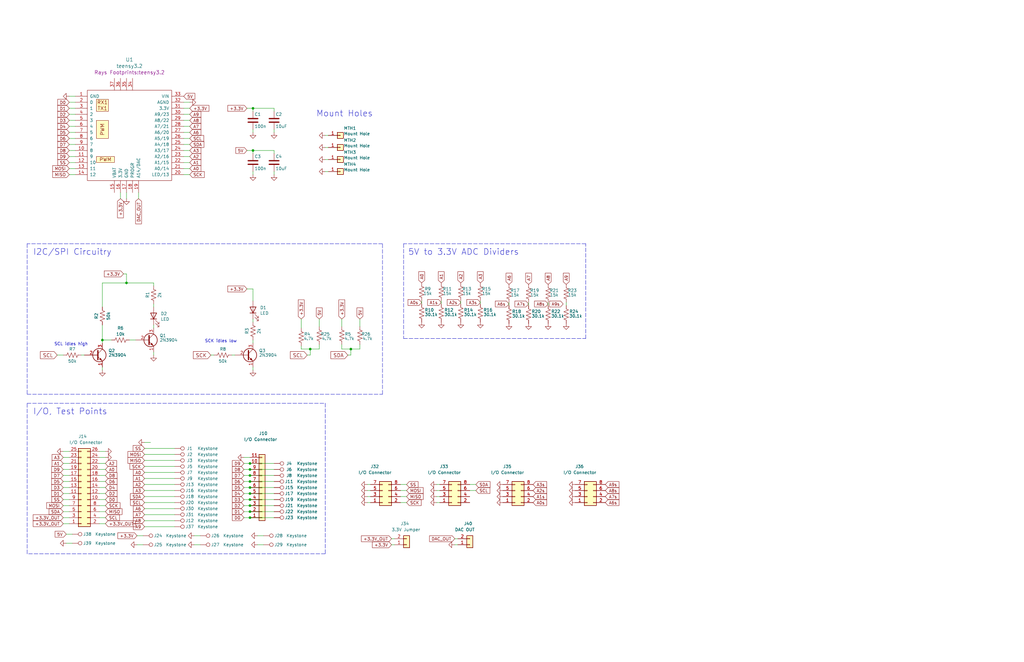
<source format=kicad_sch>
(kicad_sch (version 20211123) (generator eeschema)
  (paper "B")
  (junction (at 106.68 63.5))
  (junction (at 43.18 143.51))
  (junction (at 105.41 218.44))
  (junction (at 130.81 147.32))
  (junction (at 105.41 198.12))
  (junction (at 105.41 208.28))
  (junction (at 106.68 45.72))
  (junction (at 105.41 195.58))
  (junction (at 105.41 210.82))
  (junction (at 53.34 119.38))
  (junction (at 105.41 215.9))
  (junction (at 147.955 147.32))
  (junction (at 105.41 203.2))
  (junction (at 105.41 200.66))
  (junction (at 105.41 205.74))
  (junction (at 105.41 213.36))
  (wire (pts (xy 60.96 201.93) (xy 73.66 201.93)))
  (wire (pts (xy 43.18 119.38) (xy 43.18 129.54)))
  (wire (pts (xy 41.91 215.9) (xy 44.45 215.9)))
  (wire (pts (xy 177.8 127) (xy 177.8 128.27)))
  (wire (pts (xy 115.57 55.88) (xy 115.57 54.61)))
  (wire (pts (xy 29.21 205.74) (xy 26.67 205.74)))
  (wire (pts (xy 146.685 149.86) (xy 147.955 149.86)))
  (wire (pts (xy 105.41 213.36) (xy 115.57 213.36)))
  (wire (pts (xy 29.21 63.5) (xy 31.75 63.5)))
  (wire (pts (xy 80.01 48.26) (xy 77.47 48.26)))
  (wire (pts (xy 106.68 134.62) (xy 106.68 135.89)))
  (polyline (pts (xy 137.16 233.68) (xy 11.43 233.68)))
  (wire (pts (xy 44.45 218.44) (xy 41.91 218.44)))
  (polyline (pts (xy 161.29 166.37) (xy 161.29 102.87)))
  (wire (pts (xy 29.21 40.64) (xy 31.75 40.64)))
  (wire (pts (xy 137.16 72.39) (xy 138.43 72.39)))
  (polyline (pts (xy 170.18 102.87) (xy 170.18 142.875)))
  (wire (pts (xy 27.94 229.235) (xy 30.48 229.235)))
  (wire (pts (xy 138.43 67.31) (xy 137.16 67.31)))
  (wire (pts (xy 43.18 156.21) (xy 43.18 154.94)))
  (wire (pts (xy 202.565 127) (xy 202.565 128.27)))
  (wire (pts (xy 102.87 218.44) (xy 105.41 218.44)))
  (wire (pts (xy 127 134.62) (xy 127 138.43)))
  (wire (pts (xy 102.87 215.9) (xy 105.41 215.9)))
  (wire (pts (xy 214.63 127.635) (xy 214.63 128.905)))
  (wire (pts (xy 53.34 119.38) (xy 43.18 119.38)))
  (wire (pts (xy 105.41 213.36) (xy 102.87 213.36)))
  (wire (pts (xy 41.91 203.2) (xy 44.45 203.2)))
  (wire (pts (xy 184.15 209.55) (xy 185.42 209.55)))
  (wire (pts (xy 115.57 45.72) (xy 115.57 46.99)))
  (wire (pts (xy 60.96 217.17) (xy 73.66 217.17)))
  (wire (pts (xy 77.47 58.42) (xy 80.01 58.42)))
  (polyline (pts (xy 170.18 142.875) (xy 247.015 142.875)))
  (wire (pts (xy 60.96 196.85) (xy 73.66 196.85)))
  (wire (pts (xy 80.01 71.12) (xy 77.47 71.12)))
  (wire (pts (xy 26.67 195.58) (xy 29.21 195.58)))
  (wire (pts (xy 129.54 149.86) (xy 130.81 149.86)))
  (wire (pts (xy 102.87 210.82) (xy 105.41 210.82)))
  (wire (pts (xy 27.94 225.425) (xy 30.48 225.425)))
  (wire (pts (xy 53.34 83.82) (xy 53.34 81.28)))
  (wire (pts (xy 147.955 147.32) (xy 144.145 147.32)))
  (wire (pts (xy 108.585 229.87) (xy 111.125 229.87)))
  (wire (pts (xy 80.01 43.18) (xy 77.47 43.18)))
  (wire (pts (xy 60.96 189.23) (xy 73.66 189.23)))
  (wire (pts (xy 165.1 227.33) (xy 166.37 227.33)))
  (wire (pts (xy 168.91 207.01) (xy 171.45 207.01)))
  (wire (pts (xy 41.91 210.82) (xy 44.45 210.82)))
  (wire (pts (xy 29.21 213.36) (xy 26.67 213.36)))
  (wire (pts (xy 29.21 218.44) (xy 26.67 218.44)))
  (wire (pts (xy 200.66 207.01) (xy 198.12 207.01)))
  (wire (pts (xy 105.41 218.44) (xy 115.57 218.44)))
  (wire (pts (xy 165.1 229.87) (xy 166.37 229.87)))
  (wire (pts (xy 60.96 222.25) (xy 73.66 222.25)))
  (wire (pts (xy 29.21 198.12) (xy 26.67 198.12)))
  (polyline (pts (xy 11.43 170.18) (xy 137.16 170.18)))
  (wire (pts (xy 88.9 149.86) (xy 90.17 149.86)))
  (wire (pts (xy 43.18 143.51) (xy 43.18 144.78)))
  (wire (pts (xy 81.915 226.06) (xy 84.455 226.06)))
  (wire (pts (xy 105.41 208.28) (xy 115.57 208.28)))
  (wire (pts (xy 102.87 195.58) (xy 105.41 195.58)))
  (wire (pts (xy 105.41 198.12) (xy 115.57 198.12)))
  (wire (pts (xy 105.41 198.12) (xy 102.87 198.12)))
  (wire (pts (xy 64.77 128.27) (xy 64.77 129.54)))
  (wire (pts (xy 46.99 143.51) (xy 43.18 143.51)))
  (wire (pts (xy 44.45 190.5) (xy 41.91 190.5)))
  (wire (pts (xy 77.47 68.58) (xy 80.01 68.58)))
  (wire (pts (xy 130.81 147.32) (xy 134.62 147.32)))
  (wire (pts (xy 41.91 198.12) (xy 44.45 198.12)))
  (wire (pts (xy 80.01 55.88) (xy 77.47 55.88)))
  (wire (pts (xy 81.915 229.87) (xy 84.455 229.87)))
  (wire (pts (xy 80.01 66.04) (xy 77.47 66.04)))
  (wire (pts (xy 80.01 53.34) (xy 77.47 53.34)))
  (wire (pts (xy 105.41 203.2) (xy 102.87 203.2)))
  (wire (pts (xy 80.01 73.66) (xy 77.47 73.66)))
  (wire (pts (xy 60.96 207.01) (xy 73.66 207.01)))
  (wire (pts (xy 64.77 119.38) (xy 53.34 119.38)))
  (wire (pts (xy 115.57 205.74) (xy 105.41 205.74)))
  (wire (pts (xy 138.43 57.15) (xy 137.16 57.15)))
  (wire (pts (xy 151.765 147.32) (xy 147.955 147.32)))
  (wire (pts (xy 127 147.32) (xy 127 146.05)))
  (wire (pts (xy 171.45 209.55) (xy 168.91 209.55)))
  (wire (pts (xy 29.21 50.8) (xy 31.75 50.8)))
  (wire (pts (xy 80.01 63.5) (xy 77.47 63.5)))
  (wire (pts (xy 184.15 207.01) (xy 185.42 207.01)))
  (wire (pts (xy 147.955 147.32) (xy 147.955 149.86)))
  (polyline (pts (xy 11.43 102.87) (xy 11.43 166.37)))
  (wire (pts (xy 57.15 143.51) (xy 54.61 143.51)))
  (wire (pts (xy 186.055 127) (xy 186.055 128.27)))
  (wire (pts (xy 60.96 204.47) (xy 73.66 204.47)))
  (wire (pts (xy 44.45 195.58) (xy 41.91 195.58)))
  (wire (pts (xy 154.94 212.09) (xy 156.21 212.09)))
  (wire (pts (xy 154.94 207.01) (xy 156.21 207.01)))
  (wire (pts (xy 137.16 62.23) (xy 138.43 62.23)))
  (wire (pts (xy 34.29 149.86) (xy 35.56 149.86)))
  (wire (pts (xy 60.96 209.55) (xy 73.66 209.55)))
  (wire (pts (xy 60.96 199.39) (xy 73.66 199.39)))
  (wire (pts (xy 60.96 186.69) (xy 63.5 186.69)))
  (wire (pts (xy 231.14 127.635) (xy 231.14 128.905)))
  (wire (pts (xy 29.21 68.58) (xy 31.75 68.58)))
  (wire (pts (xy 57.785 229.87) (xy 60.325 229.87)))
  (wire (pts (xy 106.68 63.5) (xy 115.57 63.5)))
  (wire (pts (xy 144.145 134.62) (xy 144.145 137.795)))
  (wire (pts (xy 43.18 137.16) (xy 43.18 143.51)))
  (wire (pts (xy 151.765 145.415) (xy 151.765 147.32)))
  (wire (pts (xy 26.67 220.98) (xy 29.21 220.98)))
  (wire (pts (xy 60.96 219.71) (xy 73.66 219.71)))
  (polyline (pts (xy 11.43 233.68) (xy 11.43 170.18)))
  (wire (pts (xy 184.15 212.09) (xy 185.42 212.09)))
  (wire (pts (xy 106.68 55.88) (xy 106.68 54.61)))
  (wire (pts (xy 200.66 204.47) (xy 198.12 204.47)))
  (wire (pts (xy 52.07 115.57) (xy 53.34 115.57)))
  (wire (pts (xy 194.31 127) (xy 194.31 128.27)))
  (wire (pts (xy 29.21 200.66) (xy 26.67 200.66)))
  (wire (pts (xy 102.87 200.66) (xy 105.41 200.66)))
  (polyline (pts (xy 161.29 102.87) (xy 11.43 102.87)))
  (wire (pts (xy 29.21 55.88) (xy 31.75 55.88)))
  (wire (pts (xy 60.96 194.31) (xy 73.66 194.31)))
  (wire (pts (xy 105.41 208.28) (xy 102.87 208.28)))
  (wire (pts (xy 106.68 144.78) (xy 106.68 143.51)))
  (wire (pts (xy 222.885 127.635) (xy 222.885 128.905)))
  (wire (pts (xy 58.42 83.82) (xy 58.42 81.28)))
  (wire (pts (xy 102.87 205.74) (xy 105.41 205.74)))
  (polyline (pts (xy 137.16 170.18) (xy 137.16 233.68)))
  (wire (pts (xy 29.21 66.04) (xy 31.75 66.04)))
  (wire (pts (xy 102.87 193.04) (xy 105.41 193.04)))
  (wire (pts (xy 80.01 60.96) (xy 77.47 60.96)))
  (wire (pts (xy 115.57 73.66) (xy 115.57 72.39)))
  (wire (pts (xy 31.75 43.18) (xy 29.21 43.18)))
  (polyline (pts (xy 247.015 102.87) (xy 170.18 102.87)))
  (wire (pts (xy 106.68 73.66) (xy 106.68 72.39)))
  (wire (pts (xy 29.21 193.04) (xy 26.67 193.04)))
  (wire (pts (xy 29.21 60.96) (xy 31.75 60.96)))
  (wire (pts (xy 26.67 208.28) (xy 29.21 208.28)))
  (wire (pts (xy 104.14 121.92) (xy 106.68 121.92)))
  (polyline (pts (xy 11.43 166.37) (xy 161.29 166.37)))
  (wire (pts (xy 106.68 156.21) (xy 106.68 154.94)))
  (wire (pts (xy 115.57 63.5) (xy 115.57 64.77)))
  (wire (pts (xy 127 147.32) (xy 130.81 147.32)))
  (wire (pts (xy 106.68 63.5) (xy 106.68 64.77)))
  (wire (pts (xy 31.75 53.34) (xy 29.21 53.34)))
  (wire (pts (xy 26.67 203.2) (xy 29.21 203.2)))
  (wire (pts (xy 184.15 204.47) (xy 185.42 204.47)))
  (wire (pts (xy 24.13 149.86) (xy 26.67 149.86)))
  (wire (pts (xy 130.81 147.32) (xy 130.81 149.86)))
  (wire (pts (xy 26.67 215.9) (xy 29.21 215.9)))
  (wire (pts (xy 115.57 200.66) (xy 105.41 200.66)))
  (wire (pts (xy 60.96 214.63) (xy 73.66 214.63)))
  (wire (pts (xy 60.96 191.77) (xy 73.66 191.77)))
  (wire (pts (xy 191.77 229.87) (xy 193.04 229.87)))
  (wire (pts (xy 41.91 193.04) (xy 44.45 193.04)))
  (wire (pts (xy 44.45 208.28) (xy 41.91 208.28)))
  (wire (pts (xy 64.77 119.38) (xy 64.77 120.65)))
  (wire (pts (xy 105.41 210.82) (xy 115.57 210.82)))
  (wire (pts (xy 191.77 227.33) (xy 193.04 227.33)))
  (wire (pts (xy 29.21 73.66) (xy 31.75 73.66)))
  (polyline (pts (xy 247.015 142.875) (xy 247.015 102.87)))
  (wire (pts (xy 80.01 45.72) (xy 77.47 45.72)))
  (wire (pts (xy 104.14 63.5) (xy 106.68 63.5)))
  (wire (pts (xy 80.01 50.8) (xy 77.47 50.8)))
  (wire (pts (xy 151.765 134.62) (xy 151.765 137.795)))
  (wire (pts (xy 134.62 145.415) (xy 134.62 147.32)))
  (wire (pts (xy 108.585 226.06) (xy 111.125 226.06)))
  (wire (pts (xy 26.67 190.5) (xy 29.21 190.5)))
  (wire (pts (xy 50.8 83.82) (xy 50.8 81.28)))
  (wire (pts (xy 97.79 149.86) (xy 99.06 149.86)))
  (wire (pts (xy 44.45 213.36) (xy 41.91 213.36)))
  (wire (pts (xy 154.94 204.47) (xy 156.21 204.47)))
  (wire (pts (xy 60.96 212.09) (xy 73.66 212.09)))
  (wire (pts (xy 31.75 58.42) (xy 29.21 58.42)))
  (wire (pts (xy 64.77 149.86) (xy 64.77 148.59)))
  (wire (pts (xy 171.45 204.47) (xy 168.91 204.47)))
  (wire (pts (xy 134.62 134.62) (xy 134.62 137.795)))
  (wire (pts (xy 41.91 220.98) (xy 44.45 220.98)))
  (wire (pts (xy 44.45 200.66) (xy 41.91 200.66)))
  (wire (pts (xy 53.34 115.57) (xy 53.34 119.38)))
  (wire (pts (xy 31.75 48.26) (xy 29.21 48.26)))
  (wire (pts (xy 104.14 45.72) (xy 106.68 45.72)))
  (wire (pts (xy 106.68 45.72) (xy 106.68 46.99)))
  (wire (pts (xy 106.68 45.72) (xy 115.57 45.72)))
  (wire (pts (xy 57.785 226.06) (xy 60.325 226.06)))
  (wire (pts (xy 105.41 203.2) (xy 115.57 203.2)))
  (wire (pts (xy 115.57 195.58) (xy 105.41 195.58)))
  (wire (pts (xy 64.77 138.43) (xy 64.77 137.16)))
  (wire (pts (xy 31.75 71.12) (xy 29.21 71.12)))
  (wire (pts (xy 106.68 121.92) (xy 106.68 127)))
  (wire (pts (xy 154.94 209.55) (xy 156.21 209.55)))
  (wire (pts (xy 168.91 212.09) (xy 171.45 212.09)))
  (wire (pts (xy 105.41 215.9) (xy 115.57 215.9)))
  (wire (pts (xy 26.67 210.82) (xy 29.21 210.82)))
  (wire (pts (xy 29.21 45.72) (xy 31.75 45.72)))
  (wire (pts (xy 44.45 205.74) (xy 41.91 205.74)))
  (wire (pts (xy 238.76 127.635) (xy 238.76 128.905)))
  (wire (pts (xy 144.145 145.415) (xy 144.145 147.32)))
  (text "5V to 3.3V ADC Dividers" (at 172.085 107.95 0) (effects (font (size 2.54 2.54)) (justify left bottom)))
  (text "Mount Holes" (at 133.35 49.53 0) (effects (font (size 2.54 2.54)) (justify left bottom)))
  (text "I/O, Test Points" (at 13.97 175.26 0) (effects (font (size 2.54 2.54)) (justify left bottom)))
  (text "SCK idles low" (at 86.36 144.78 0) (effects (font (size 1.27 1.27)) (justify left bottom)))
  (text "I2C/SPI Circuitry" (at 13.97 107.95 0) (effects (font (size 2.54 2.54)) (justify left bottom)))
  (text "SCL idles high" (at 22.86 146.05 0) (effects (font (size 1.27 1.27)) (justify left bottom)))
  (global_label "SS" (shape input) (at 29.21 68.58 180) (property "Intersheet References" "${INTERSHEET_REFS}" (effects hide)))
  (global_label "+3.3V" (shape input) (at 104.14 121.92 180) (property "Intersheet References" "${INTERSHEET_REFS}" (effects hide)))
  (global_label "MOSI" (shape input) (at 29.21 71.12 180) (property "Intersheet References" "${INTERSHEET_REFS}" (effects hide)))
  (global_label "D4" (shape input) (at 102.87 208.28 180) (property "Intersheet References" "${INTERSHEET_REFS}" (effects hide)))
  (global_label "A1s" (shape input) (at 224.79 209.55 0) (property "Intersheet References" "${INTERSHEET_REFS}" (effects hide)))
  (global_label "5V" (shape input) (at 77.47 40.64 0) (property "Intersheet References" "${INTERSHEET_REFS}" (effects hide)))
  (global_label "SDA" (shape input) (at 26.67 215.9 180) (property "Intersheet References" "${INTERSHEET_REFS}" (effects hide)))
  (global_label "A8s" (shape input) (at 255.27 207.01 0) (property "Intersheet References" "${INTERSHEET_REFS}" (effects hide)))
  (global_label "A9s" (shape input) (at 237.49 128.27 180) (property "Intersheet References" "${INTERSHEET_REFS}" (effects hide)))
  (global_label "A7" (shape input) (at 60.96 217.17 180) (property "Intersheet References" "${INTERSHEET_REFS}" (effects hide)))
  (global_label "+3.3V" (shape input) (at 104.14 45.72 180) (property "Intersheet References" "${INTERSHEET_REFS}" (effects hide)))
  (global_label "5V" (shape input) (at 104.14 63.5 180) (property "Intersheet References" "${INTERSHEET_REFS}" (effects hide)))
  (global_label "A1" (shape input) (at 60.96 201.93 180) (property "Intersheet References" "${INTERSHEET_REFS}" (effects hide)))
  (global_label "A3s" (shape input) (at 202.565 127.635 180) (property "Intersheet References" "${INTERSHEET_REFS}" (effects hide)))
  (global_label "A7" (shape input) (at 222.885 120.015 90) (property "Intersheet References" "${INTERSHEET_REFS}" (effects hide)))
  (global_label "MISO" (shape input) (at 29.21 73.66 180) (property "Intersheet References" "${INTERSHEET_REFS}" (effects hide)))
  (global_label "D3" (shape input) (at 102.87 210.82 180) (property "Intersheet References" "${INTERSHEET_REFS}" (effects hide)))
  (global_label "SCK" (shape input) (at 44.45 213.36 0) (property "Intersheet References" "${INTERSHEET_REFS}" (effects hide)))
  (global_label "D8" (shape input) (at 102.87 198.12 180) (property "Intersheet References" "${INTERSHEET_REFS}" (effects hide)))
  (global_label "+3.3V" (shape input) (at 50.8 83.82 270) (property "Intersheet References" "${INTERSHEET_REFS}" (effects hide)))
  (global_label "A0s" (shape input) (at 177.8 127.635 180) (property "Intersheet References" "${INTERSHEET_REFS}" (effects hide)))
  (global_label "D2" (shape input) (at 44.45 208.28 0) (property "Intersheet References" "${INTERSHEET_REFS}" (effects hide)))
  (global_label "+3.3V" (shape input) (at 80.01 45.72 0) (property "Intersheet References" "${INTERSHEET_REFS}" (effects hide)))
  (global_label "A8" (shape input) (at 231.14 120.015 90) (property "Intersheet References" "${INTERSHEET_REFS}" (effects hide)))
  (global_label "SCK" (shape input) (at 171.45 212.09 0) (property "Intersheet References" "${INTERSHEET_REFS}" (effects hide)))
  (global_label "SDA" (shape input) (at 146.685 149.86 180) (effects (font (size 1.524 1.524))) (property "Intersheet References" "${INTERSHEET_REFS}" (effects hide)))
  (global_label "+3.3V" (shape input) (at 52.07 115.57 180) (property "Intersheet References" "${INTERSHEET_REFS}" (effects hide)))
  (global_label "SCL" (shape input) (at 44.45 218.44 0) (property "Intersheet References" "${INTERSHEET_REFS}" (effects hide)))
  (global_label "A0" (shape input) (at 60.96 199.39 180) (property "Intersheet References" "${INTERSHEET_REFS}" (effects hide)))
  (global_label "A0" (shape input) (at 177.8 119.38 90) (property "Intersheet References" "${INTERSHEET_REFS}" (effects hide)))
  (global_label "A9" (shape input) (at 238.76 120.015 90) (property "Intersheet References" "${INTERSHEET_REFS}" (effects hide)))
  (global_label "D2" (shape input) (at 102.87 213.36 180) (property "Intersheet References" "${INTERSHEET_REFS}" (effects hide)))
  (global_label "A3" (shape input) (at 26.67 193.04 180) (property "Intersheet References" "${INTERSHEET_REFS}" (effects hide)))
  (global_label "DAC_OUT" (shape input) (at 191.77 227.33 180) (property "Intersheet References" "${INTERSHEET_REFS}" (effects hide)))
  (global_label "A2" (shape input) (at 44.45 195.58 0) (property "Intersheet References" "${INTERSHEET_REFS}" (effects hide)))
  (global_label "+3.3V" (shape input) (at 127 134.62 90) (property "Intersheet References" "${INTERSHEET_REFS}" (effects hide)))
  (global_label "A3" (shape input) (at 80.01 63.5 0) (property "Intersheet References" "${INTERSHEET_REFS}" (effects hide)))
  (global_label "5V" (shape input) (at 134.62 134.62 90) (property "Intersheet References" "${INTERSHEET_REFS}" (effects hide)))
  (global_label "A2" (shape input) (at 60.96 204.47 180) (property "Intersheet References" "${INTERSHEET_REFS}" (effects hide)))
  (global_label "A6" (shape input) (at 214.63 120.015 90) (property "Intersheet References" "${INTERSHEET_REFS}" (effects hide)))
  (global_label "A2" (shape input) (at 80.01 66.04 0) (property "Intersheet References" "${INTERSHEET_REFS}" (effects hide)))
  (global_label "A1" (shape input) (at 26.67 195.58 180) (property "Intersheet References" "${INTERSHEET_REFS}" (effects hide)))
  (global_label "+3.3V" (shape input) (at 57.785 226.06 180) (property "Intersheet References" "${INTERSHEET_REFS}" (effects hide)))
  (global_label "A0" (shape input) (at 80.01 71.12 0) (property "Intersheet References" "${INTERSHEET_REFS}" (effects hide)))
  (global_label "A9" (shape input) (at 80.01 48.26 0) (property "Intersheet References" "${INTERSHEET_REFS}" (effects hide)))
  (global_label "+3.3V_OUT" (shape input) (at 44.45 220.98 0) (property "Intersheet References" "${INTERSHEET_REFS}" (effects hide)))
  (global_label "A8s" (shape input) (at 231.14 128.27 180) (property "Intersheet References" "${INTERSHEET_REFS}" (effects hide)))
  (global_label "A3s" (shape input) (at 224.79 204.47 0) (property "Intersheet References" "${INTERSHEET_REFS}" (effects hide)))
  (global_label "D9" (shape input) (at 29.21 66.04 180) (property "Intersheet References" "${INTERSHEET_REFS}" (effects hide)))
  (global_label "+3.3V_OUT" (shape input) (at 165.1 227.33 180) (property "Intersheet References" "${INTERSHEET_REFS}" (effects hide)))
  (global_label "A7s" (shape input) (at 222.885 128.27 180) (property "Intersheet References" "${INTERSHEET_REFS}" (effects hide)))
  (global_label "D1" (shape input) (at 26.67 208.28 180) (property "Intersheet References" "${INTERSHEET_REFS}" (effects hide)))
  (global_label "DAC_OUT" (shape input) (at 58.42 83.82 270) (property "Intersheet References" "${INTERSHEET_REFS}" (effects hide)))
  (global_label "SS" (shape input) (at 171.45 204.47 0) (property "Intersheet References" "${INTERSHEET_REFS}" (effects hide)))
  (global_label "D7" (shape input) (at 102.87 200.66 180) (property "Intersheet References" "${INTERSHEET_REFS}" (effects hide)))
  (global_label "D7" (shape input) (at 29.21 60.96 180) (property "Intersheet References" "${INTERSHEET_REFS}" (effects hide)))
  (global_label "SDA" (shape input) (at 200.66 204.47 0) (property "Intersheet References" "${INTERSHEET_REFS}" (effects hide)))
  (global_label "D8" (shape input) (at 44.45 200.66 0) (property "Intersheet References" "${INTERSHEET_REFS}" (effects hide)))
  (global_label "A0s" (shape input) (at 224.79 212.09 0) (property "Intersheet References" "${INTERSHEET_REFS}" (effects hide)))
  (global_label "MISO" (shape input) (at 171.45 209.55 0) (property "Intersheet References" "${INTERSHEET_REFS}" (effects hide)))
  (global_label "MISO" (shape input) (at 44.45 215.9 0) (property "Intersheet References" "${INTERSHEET_REFS}" (effects hide)))
  (global_label "SCL" (shape input) (at 129.54 149.86 180) (effects (font (size 1.524 1.524))) (property "Intersheet References" "${INTERSHEET_REFS}" (effects hide)))
  (global_label "MOSI" (shape input) (at 171.45 207.01 0) (property "Intersheet References" "${INTERSHEET_REFS}" (effects hide)))
  (global_label "A0" (shape input) (at 44.45 198.12 0) (property "Intersheet References" "${INTERSHEET_REFS}" (effects hide)))
  (global_label "D3" (shape input) (at 29.21 50.8 180) (property "Intersheet References" "${INTERSHEET_REFS}" (effects hide)))
  (global_label "D0" (shape input) (at 29.21 43.18 180) (property "Intersheet References" "${INTERSHEET_REFS}" (effects hide)))
  (global_label "SCK" (shape input) (at 80.01 73.66 0) (property "Intersheet References" "${INTERSHEET_REFS}" (effects hide)))
  (global_label "SS" (shape input) (at 60.96 189.23 180) (property "Intersheet References" "${INTERSHEET_REFS}" (effects hide)))
  (global_label "SCL" (shape input) (at 24.13 149.86 180) (effects (font (size 1.524 1.524))) (property "Intersheet References" "${INTERSHEET_REFS}" (effects hide)))
  (global_label "A6s" (shape input) (at 255.27 212.09 0) (property "Intersheet References" "${INTERSHEET_REFS}" (effects hide)))
  (global_label "D4" (shape input) (at 29.21 53.34 180) (property "Intersheet References" "${INTERSHEET_REFS}" (effects hide)))
  (global_label "A8" (shape input) (at 80.01 50.8 0) (property "Intersheet References" "${INTERSHEET_REFS}" (effects hide)))
  (global_label "5V" (shape input) (at 151.765 134.62 90) (property "Intersheet References" "${INTERSHEET_REFS}" (effects hide)))
  (global_label "SCL" (shape input) (at 200.66 207.01 0) (property "Intersheet References" "${INTERSHEET_REFS}" (effects hide)))
  (global_label "D9" (shape input) (at 102.87 195.58 180) (property "Intersheet References" "${INTERSHEET_REFS}" (effects hide)))
  (global_label "D9" (shape input) (at 26.67 198.12 180) (property "Intersheet References" "${INTERSHEET_REFS}" (effects hide)))
  (global_label "+3.3V_OUT" (shape input) (at 26.67 220.98 180) (property "Intersheet References" "${INTERSHEET_REFS}" (effects hide)))
  (global_label "+3.3V" (shape input) (at 165.1 229.87 180) (property "Intersheet References" "${INTERSHEET_REFS}" (effects hide)))
  (global_label "A7" (shape input) (at 80.01 53.34 0) (property "Intersheet References" "${INTERSHEET_REFS}" (effects hide)))
  (global_label "SCL" (shape input) (at 80.01 58.42 0) (property "Intersheet References" "${INTERSHEET_REFS}" (effects hide)))
  (global_label "A2s" (shape input) (at 194.31 127.635 180) (property "Intersheet References" "${INTERSHEET_REFS}" (effects hide)))
  (global_label "A3" (shape input) (at 202.565 119.38 90) (property "Intersheet References" "${INTERSHEET_REFS}" (effects hide)))
  (global_label "D1" (shape input) (at 102.87 215.9 180) (property "Intersheet References" "${INTERSHEET_REFS}" (effects hide)))
  (global_label "A2s" (shape input) (at 224.79 207.01 0) (property "Intersheet References" "${INTERSHEET_REFS}" (effects hide)))
  (global_label "SCK" (shape input) (at 60.96 196.85 180) (property "Intersheet References" "${INTERSHEET_REFS}" (effects hide)))
  (global_label "D0" (shape input) (at 44.45 210.82 0) (property "Intersheet References" "${INTERSHEET_REFS}" (effects hide)))
  (global_label "D6" (shape input) (at 44.45 203.2 0) (property "Intersheet References" "${INTERSHEET_REFS}" (effects hide)))
  (global_label "SCL" (shape input) (at 60.96 212.09 180) (property "Intersheet References" "${INTERSHEET_REFS}" (effects hide)))
  (global_label "+3.3V_OUT" (shape input) (at 26.67 218.44 180) (property "Intersheet References" "${INTERSHEET_REFS}" (effects hide)))
  (global_label "A1" (shape input) (at 80.01 68.58 0) (property "Intersheet References" "${INTERSHEET_REFS}" (effects hide)))
  (global_label "D2" (shape input) (at 29.21 48.26 180) (property "Intersheet References" "${INTERSHEET_REFS}" (effects hide)))
  (global_label "SDA" (shape input) (at 80.01 60.96 0) (property "Intersheet References" "${INTERSHEET_REFS}" (effects hide)))
  (global_label "+3.3V" (shape input) (at 144.145 134.62 90) (property "Intersheet References" "${INTERSHEET_REFS}" (effects hide)))
  (global_label "A7s" (shape input) (at 255.27 209.55 0) (property "Intersheet References" "${INTERSHEET_REFS}" (effects hide)))
  (global_label "SCK" (shape input) (at 88.9 149.86 180) (effects (font (size 1.524 1.524))) (property "Intersheet References" "${INTERSHEET_REFS}" (effects hide)))
  (global_label "A9" (shape input) (at 60.96 222.25 180) (property "Intersheet References" "${INTERSHEET_REFS}" (effects hide)))
  (global_label "D5" (shape input) (at 26.67 203.2 180) (property "Intersheet References" "${INTERSHEET_REFS}" (effects hide)))
  (global_label "A6" (shape input) (at 80.01 55.88 0) (property "Intersheet References" "${INTERSHEET_REFS}" (effects hide)))
  (global_label "A2" (shape input) (at 194.31 119.38 90) (property "Intersheet References" "${INTERSHEET_REFS}" (effects hide)))
  (global_label "D5" (shape input) (at 29.21 55.88 180) (property "Intersheet References" "${INTERSHEET_REFS}" (effects hide)))
  (global_label "A6s" (shape input) (at 214.63 128.27 180) (property "Intersheet References" "${INTERSHEET_REFS}" (effects hide)))
  (global_label "D4" (shape input) (at 44.45 205.74 0) (property "Intersheet References" "${INTERSHEET_REFS}" (effects hide)))
  (global_label "MOSI" (shape input) (at 26.67 213.36 180) (property "Intersheet References" "${INTERSHEET_REFS}" (effects hide)))
  (global_label "A6" (shape input) (at 60.96 214.63 180) (property "Intersheet References" "${INTERSHEET_REFS}" (effects hide)))
  (global_label "SDA" (shape input) (at 60.96 209.55 180) (property "Intersheet References" "${INTERSHEET_REFS}" (effects hide)))
  (global_label "A8" (shape input) (at 60.96 219.71 180) (property "Intersheet References" "${INTERSHEET_REFS}" (effects hide)))
  (global_label "D5" (shape input) (at 102.87 205.74 180) (property "Intersheet References" "${INTERSHEET_REFS}" (effects hide)))
  (global_label "5V" (shape input) (at 27.94 225.425 180) (property "Intersheet References" "${INTERSHEET_REFS}" (effects hide)))
  (global_label "A1s" (shape input) (at 186.055 127.635 180) (property "Intersheet References" "${INTERSHEET_REFS}" (effects hide)))
  (global_label "A9s" (shape input) (at 255.27 204.47 0) (property "Intersheet References" "${INTERSHEET_REFS}" (effects hide)))
  (global_label "MOSI" (shape input) (at 60.96 191.77 180) (property "Intersheet References" "${INTERSHEET_REFS}" (effects hide)))
  (global_label "D6" (shape input) (at 102.87 203.2 180) (property "Intersheet References" "${INTERSHEET_REFS}" (effects hide)))
  (global_label "D3" (shape input) (at 26.67 205.74 180) (property "Intersheet References" "${INTERSHEET_REFS}" (effects hide)))
  (global_label "D8" (shape input) (at 29.21 63.5 180) (property "Intersheet References" "${INTERSHEET_REFS}" (effects hide)))
  (global_label "A1" (shape input) (at 186.055 119.38 90) (property "Intersheet References" "${INTERSHEET_REFS}" (effects hide)))
  (global_label "A3" (shape input) (at 60.96 207.01 180) (property "Intersheet References" "${INTERSHEET_REFS}" (effects hide)))
  (global_label "D6" (shape input) (at 29.21 58.42 180) (property "Intersheet References" "${INTERSHEET_REFS}" (effects hide)))
  (global_label "D1" (shape input) (at 29.21 45.72 180) (property "Intersheet References" "${INTERSHEET_REFS}" (effects hide)))
  (global_label "D7" (shape input) (at 26.67 200.66 180) (property "Intersheet References" "${INTERSHEET_REFS}" (effects hide)))
  (global_label "SS" (shape input) (at 26.67 210.82 180) (property "Intersheet References" "${INTERSHEET_REFS}" (effects hide)))
  (global_label "MISO" (shape input) (at 60.96 194.31 180) (property "Intersheet References" "${INTERSHEET_REFS}" (effects hide)))
  (global_label "D0" (shape input) (at 102.87 218.44 180) (property "Intersheet References" "${INTERSHEET_REFS}" (effects hide)))
  (symbol (lib_id "Device:C") (at 106.68 50.8 0) (unit 1)
    (property "Reference" "C1" (at 107.315 48.26 0) (effects (justify left)))
    (property "Value" "100n" (at 107.315 53.34 0) (effects (justify left)))
    (property "Footprint" "Rays Footprints:C_0805_HandSoldering" (effects hide))
    (property "Datasheet" "AVX 08053C104KAT2A" (effects hide))
  )
  (symbol (lib_id "Device:LED") (at 106.68 130.81 90) (unit 1)
    (property "Reference" "D1" (at 109.6518 129.8448 90) (effects (justify right)))
    (property "Value" "LED" (at 109.6518 132.1562 90) (effects (justify right)))
    (property "Footprint" "LED_SMD:LED_0805_2012Metric_Pad1.15x1.40mm_HandSolder" (effects hide))
  )
  (symbol (lib_id "transistors:2N3904") (at 40.64 149.86 0) (unit 1)
    (property "Reference" "Q2" (at 45.72 147.955 0) (effects (justify left)))
    (property "Value" "2N3904" (at 45.72 149.86 0) (effects (justify left)))
    (property "Footprint" "Rays Footprints:2N3904-SOT-23" (effects hide))
    (property "Datasheet" "MMBT3904-TP or equiv" (effects hide))
  )
  (symbol (lib_id "transistors:2N3904") (at 104.14 149.86 0) (unit 1)
    (property "Reference" "Q3" (at 109.22 147.955 0) (effects (justify left)))
    (property "Value" "2N3904" (at 109.22 149.86 0) (effects (justify left)))
    (property "Footprint" "Rays Footprints:2N3904-SOT-23" (effects hide))
    (property "Datasheet" "MMBT3904-TP or equiv" (effects hide))
  )
  (symbol (lib_id "Device:LED") (at 64.77 133.35 90) (unit 1)
    (property "Reference" "D2" (at 67.7418 132.3848 90) (effects (justify right)))
    (property "Value" "LED" (at 67.7418 134.6962 90) (effects (justify right)))
    (property "Footprint" "LED_SMD:LED_0805_2012Metric_Pad1.15x1.40mm_HandSolder" (effects hide))
  )
  (symbol (lib_id "Device:R_US") (at 127 142.24 180) (unit 1)
    (property "Reference" "R4" (at 129.54 140.97 0))
    (property "Value" "4.7k" (at 130.175 142.875 0))
    (property "Footprint" "Rays Footprints:R_0805_HandSoldering" (effects hide))
  )
  (symbol (lib_id "Device:R_US") (at 144.145 141.605 180) (unit 1)
    (property "Reference" "R5" (at 146.685 140.97 0))
    (property "Value" "4.7k" (at 147.32 142.875 0))
    (property "Footprint" "Rays Footprints:R_0805_HandSoldering" (effects hide))
  )
  (symbol (lib_id "transistors:2N3904") (at 62.23 143.51 0) (unit 1)
    (property "Reference" "Q1" (at 67.31 141.605 0) (effects (justify left)))
    (property "Value" "2N3904" (at 67.31 143.51 0) (effects (justify left)))
    (property "Footprint" "Rays Footprints:2N3904-SOT-23" (effects hide))
    (property "Datasheet" "MMBT3904-TP or equiv" (effects hide))
  )
  (symbol (lib_id "Connector_Generic:Conn_01x01") (at 143.51 62.23 0) (unit 1)
    (property "Reference" "MTH2" (at 144.9832 59.182 0) (effects (justify left)))
    (property "Value" "Mount Hole" (at 144.9832 61.4934 0) (effects (justify left)))
    (property "Footprint" "Rays Footprints:Mount-Hole-#6" (effects hide))
  )
  (symbol (lib_id "Connector_Generic:Conn_01x01") (at 143.51 72.39 0) (unit 1)
    (property "Reference" "MTH4" (at 144.9832 69.342 0) (effects (justify left)))
    (property "Value" "Mount Hole" (at 144.9832 71.6534 0) (effects (justify left)))
    (property "Footprint" "Rays Footprints:Mount-Hole-#6" (effects hide))
  )
  (symbol (lib_id "Connector_Generic:Conn_01x01") (at 143.51 57.15 0) (unit 1)
    (property "Reference" "MTH1" (at 144.9832 54.102 0) (effects (justify left)))
    (property "Value" "Mount Hole" (at 144.9832 56.4134 0) (effects (justify left)))
    (property "Footprint" "Rays Footprints:Mount-Hole-#6" (effects hide))
  )
  (symbol (lib_id "Connector_Generic:Conn_01x01") (at 143.51 67.31 0) (unit 1)
    (property "Reference" "MTH3" (at 144.9832 64.262 0) (effects (justify left)))
    (property "Value" "Mount Hole" (at 144.9832 66.5734 0) (effects (justify left)))
    (property "Footprint" "Rays Footprints:Mount-Hole-#6" (effects hide))
  )
  (symbol (lib_id "Device:R_US") (at 106.68 139.7 180) (unit 1)
    (property "Reference" "R3" (at 104.14 139.7 90))
    (property "Value" "2k" (at 109.22 139.7 90))
    (property "Footprint" "Rays Footprints:R_0805_HandSoldering" (effects hide))
  )
  (symbol (lib_id "Device:R_US") (at 93.98 149.86 90) (unit 1)
    (property "Reference" "R8" (at 93.98 147.32 90))
    (property "Value" "50k" (at 93.98 152.4 90))
    (property "Footprint" "Rays Footprints:R_0805_HandSoldering" (effects hide))
  )
  (symbol (lib_id "Device:R_US") (at 50.8 143.51 90) (unit 1)
    (property "Reference" "R6" (at 50.8 138.43 90))
    (property "Value" "10k" (at 50.8 140.97 90))
    (property "Footprint" "Rays Footprints:R_0805_HandSoldering" (effects hide))
  )
  (symbol (lib_id "Device:R_US") (at 30.48 149.86 90) (unit 1)
    (property "Reference" "R7" (at 30.48 147.32 90))
    (property "Value" "50k" (at 30.48 152.4 90))
    (property "Footprint" "Rays Footprints:R_0805_HandSoldering" (effects hide))
  )
  (symbol (lib_id "Device:R_US") (at 43.18 133.35 0) (unit 1)
    (property "Reference" "R2" (at 40.64 133.35 90))
    (property "Value" "50k" (at 45.72 133.35 90))
    (property "Footprint" "Rays Footprints:R_0805_HandSoldering" (effects hide))
  )
  (symbol (lib_id "Device:R_US") (at 64.77 124.46 180) (unit 1)
    (property "Reference" "R1" (at 62.23 124.46 90))
    (property "Value" "2k" (at 67.31 124.46 90))
    (property "Footprint" "Rays Footprints:R_0805_HandSoldering" (effects hide))
  )
  (symbol (lib_id "power:GND") (at 106.68 156.21 0) (unit 1)
    (property "Reference" "#PWR08" (effects hide))
    (property "Value" "GND" (effects hide))
  )
  (symbol (lib_id "power:GND") (at 64.77 149.86 0) (unit 1)
    (property "Reference" "#PWR06" (effects hide))
    (property "Value" "GND" (effects hide))
  )
  (symbol (lib_id "power:GND") (at 43.18 156.21 0) (unit 1)
    (property "Reference" "#PWR07" (effects hide))
    (property "Value" "GND" (effects hide))
  )
  (symbol (lib_id "power:GND") (at 57.785 229.87 270) (unit 1)
    (property "Reference" "#PWR09" (effects hide))
    (property "Value" "GND" (effects hide))
  )
  (symbol (lib_id "Teensy-Breakout-v3-rescue:teensy3.2-Teensy3") (at 39.37 58.42 0) (unit 1)
    (property "Reference" "U1" (at 54.61 25.1714 0) (effects (font (size 1.524 1.524))))
    (property "Value" "teensy3.2" (at 54.61 27.8638 0) (effects (font (size 1.524 1.524))))
    (property "Footprint" "Rays Footprints:teensy3.2" (at 54.61 30.5562 0) (effects (font (size 1.524 1.524))))
  )
  (symbol (lib_id "power:GND") (at 26.67 190.5 270) (unit 1)
    (property "Reference" "#PWR0105" (effects hide))
    (property "Value" "GND" (effects hide))
  )
  (symbol (lib_id "power:GND") (at 44.45 190.5 90) (unit 1)
    (property "Reference" "#PWR0106" (effects hide))
    (property "Value" "GND" (effects hide))
  )
  (symbol (lib_id "Connector:TestPoint") (at 111.125 229.87 270) (unit 1)
    (property "Reference" "J29" (at 117.475 229.87 90))
    (property "Value" "Keystone" (at 125.095 229.87 90))
    (property "Footprint" "Rays Footprints:Keystone-5005" (effects hide))
  )
  (symbol (lib_id "power:GND") (at 108.585 229.87 270) (unit 1)
    (property "Reference" "#PWR0107" (effects hide))
    (property "Value" "GND" (effects hide))
  )
  (symbol (lib_id "Connector:TestPoint") (at 111.125 226.06 270) (unit 1)
    (property "Reference" "J28" (at 117.475 226.06 90))
    (property "Value" "Keystone" (at 125.095 226.06 90))
    (property "Footprint" "Rays Footprints:Keystone-5005" (effects hide))
  )
  (symbol (lib_id "power:GND") (at 108.585 226.06 270) (unit 1)
    (property "Reference" "#PWR0111" (effects hide))
    (property "Value" "GND" (effects hide))
  )
  (symbol (lib_id "Connector:TestPoint") (at 73.66 214.63 270) (unit 1)
    (property "Reference" "J30" (at 80.01 214.63 90))
    (property "Value" "Keystone" (at 87.63 214.63 90))
    (property "Footprint" "Rays Footprints:Keystone-5005" (effects hide))
  )
  (symbol (lib_id "Connector:TestPoint") (at 73.66 217.17 270) (unit 1)
    (property "Reference" "J31" (at 80.01 217.17 90))
    (property "Value" "Keystone" (at 87.63 217.17 90))
    (property "Footprint" "Rays Footprints:Keystone-5005" (effects hide))
  )
  (symbol (lib_id "power:GND") (at 53.34 83.82 0) (unit 1)
    (property "Reference" "#PWR05" (effects hide))
    (property "Value" "GND" (effects hide))
  )
  (symbol (lib_id "power:GND") (at 29.21 40.64 270) (unit 1)
    (property "Reference" "#PWR01" (effects hide))
    (property "Value" "GND" (effects hide))
  )
  (symbol (lib_id "power:GND") (at 80.01 43.18 90) (unit 1)
    (property "Reference" "#PWR02" (effects hide))
    (property "Value" "GND" (effects hide))
  )
  (symbol (lib_id "power:GND") (at 106.68 55.88 0) (unit 1)
    (property "Reference" "#PWR03" (effects hide))
    (property "Value" "GND" (effects hide))
  )
  (symbol (lib_id "Device:C") (at 115.57 50.8 0) (unit 1)
    (property "Reference" "C2" (at 116.205 48.26 0) (effects (justify left)))
    (property "Value" "10uF" (at 116.205 53.34 0) (effects (justify left)))
    (property "Footprint" "Rays Footprints:C_0805_HandSoldering" (effects hide))
    (property "Datasheet" "AVX 08053C104KAT2A" (effects hide))
  )
  (symbol (lib_id "power:GND") (at 115.57 55.88 0) (unit 1)
    (property "Reference" "#PWR04" (effects hide))
    (property "Value" "GND" (effects hide))
  )
  (symbol (lib_id "power:GND") (at 44.45 193.04 90) (unit 1)
    (property "Reference" "#PWR0109" (effects hide))
    (property "Value" "GND" (effects hide))
  )
  (symbol (lib_id "Connector:TestPoint") (at 84.455 229.87 270) (unit 1)
    (property "Reference" "J27" (at 90.805 229.87 90))
    (property "Value" "Keystone" (at 98.425 229.87 90))
    (property "Footprint" "Rays Footprints:Keystone-5005" (effects hide))
  )
  (symbol (lib_id "power:GND") (at 81.915 229.87 270) (unit 1)
    (property "Reference" "#PWR0108" (effects hide))
    (property "Value" "GND" (effects hide))
  )
  (symbol (lib_id "Connector:TestPoint") (at 84.455 226.06 270) (unit 1)
    (property "Reference" "J26" (at 90.805 226.06 90))
    (property "Value" "Keystone" (at 98.425 226.06 90))
    (property "Footprint" "Rays Footprints:Keystone-5005" (effects hide))
  )
  (symbol (lib_id "power:GND") (at 81.915 226.06 270) (unit 1)
    (property "Reference" "#PWR0110" (effects hide))
    (property "Value" "GND" (effects hide))
  )
  (symbol (lib_id "Connector_Generic:Conn_01x11") (at 110.49 205.74 0) (mirror x) (unit 1)
    (property "Reference" "J10" (at 109.22 182.88 0) (effects (justify left)))
    (property "Value" "I/O Connector" (at 102.87 185.42 0) (effects (justify left)))
    (property "Footprint" "Connector_PinHeader_2.54mm:PinHeader_1x11_P2.54mm_Vertical" (effects hide))
  )
  (symbol (lib_id "Connector:TestPoint") (at 73.66 196.85 270) (unit 1)
    (property "Reference" "J5" (at 80.01 196.85 90))
    (property "Value" "Keystone" (at 87.63 196.85 90))
    (property "Footprint" "Rays Footprints:Keystone-5005" (effects hide))
  )
  (symbol (lib_id "Connector:TestPoint") (at 73.66 212.09 270) (unit 1)
    (property "Reference" "J20" (at 80.01 212.09 90))
    (property "Value" "Keystone" (at 87.63 212.09 90))
    (property "Footprint" "Rays Footprints:Keystone-5005" (effects hide))
  )
  (symbol (lib_id "Connector:TestPoint") (at 115.57 203.2 270) (unit 1)
    (property "Reference" "J11" (at 121.92 203.2 90))
    (property "Value" "Keystone" (at 129.54 203.2 90))
    (property "Footprint" "Rays Footprints:Keystone-5005" (effects hide))
  )
  (symbol (lib_id "Connector:TestPoint") (at 115.57 218.44 270) (unit 1)
    (property "Reference" "J23" (at 121.92 218.44 90))
    (property "Value" "Keystone" (at 129.54 218.44 90))
    (property "Footprint" "Rays Footprints:Keystone-5005" (effects hide))
  )
  (symbol (lib_id "Connector:TestPoint") (at 115.57 215.9 270) (unit 1)
    (property "Reference" "J22" (at 121.92 215.9 90))
    (property "Value" "Keystone" (at 129.54 215.9 90))
    (property "Footprint" "Rays Footprints:Keystone-5005" (effects hide))
  )
  (symbol (lib_id "Connector:TestPoint") (at 115.57 213.36 270) (unit 1)
    (property "Reference" "J21" (at 121.92 213.36 90))
    (property "Value" "Keystone" (at 129.54 213.36 90))
    (property "Footprint" "Rays Footprints:Keystone-5005" (effects hide))
  )
  (symbol (lib_id "Connector:TestPoint") (at 115.57 210.82 270) (unit 1)
    (property "Reference" "J19" (at 121.92 210.82 90))
    (property "Value" "Keystone" (at 129.54 210.82 90))
    (property "Footprint" "Rays Footprints:Keystone-5005" (effects hide))
  )
  (symbol (lib_id "Connector:TestPoint") (at 115.57 208.28 270) (unit 1)
    (property "Reference" "J17" (at 121.92 208.28 90))
    (property "Value" "Keystone" (at 129.54 208.28 90))
    (property "Footprint" "Rays Footprints:Keystone-5005" (effects hide))
  )
  (symbol (lib_id "Connector:TestPoint") (at 115.57 205.74 270) (unit 1)
    (property "Reference" "J15" (at 121.92 205.74 90))
    (property "Value" "Keystone" (at 129.54 205.74 90))
    (property "Footprint" "Rays Footprints:Keystone-5005" (effects hide))
  )
  (symbol (lib_id "Connector:TestPoint") (at 115.57 200.66 270) (unit 1)
    (property "Reference" "J8" (at 121.92 200.66 90))
    (property "Value" "Keystone" (at 129.54 200.66 90))
    (property "Footprint" "Rays Footprints:Keystone-5005" (effects hide))
  )
  (symbol (lib_id "Connector:TestPoint") (at 115.57 198.12 270) (unit 1)
    (property "Reference" "J6" (at 121.92 198.12 90))
    (property "Value" "Keystone" (at 129.54 198.12 90))
    (property "Footprint" "Rays Footprints:Keystone-5005" (effects hide))
  )
  (symbol (lib_id "Connector:TestPoint") (at 115.57 195.58 270) (unit 1)
    (property "Reference" "J4" (at 121.92 195.58 90))
    (property "Value" "Keystone" (at 129.54 195.58 90))
    (property "Footprint" "Rays Footprints:Keystone-5005" (effects hide))
  )
  (symbol (lib_id "Connector:TestPoint") (at 73.66 194.31 270) (unit 1)
    (property "Reference" "J3" (at 80.01 194.31 90))
    (property "Value" "Keystone" (at 87.63 194.31 90))
    (property "Footprint" "Rays Footprints:Keystone-5005" (effects hide))
  )
  (symbol (lib_id "Connector:TestPoint") (at 73.66 191.77 270) (unit 1)
    (property "Reference" "J2" (at 80.01 191.77 90))
    (property "Value" "Keystone" (at 87.63 191.77 90))
    (property "Footprint" "Rays Footprints:Keystone-5005" (effects hide))
  )
  (symbol (lib_id "Connector:TestPoint") (at 60.325 226.06 270) (unit 1)
    (property "Reference" "J24" (at 66.675 226.06 90))
    (property "Value" "Keystone" (at 74.295 226.06 90))
    (property "Footprint" "Rays Footprints:Keystone-5005" (effects hide))
  )
  (symbol (lib_id "Connector:TestPoint") (at 60.325 229.87 270) (unit 1)
    (property "Reference" "J25" (at 66.675 229.87 90))
    (property "Value" "Keystone" (at 74.295 229.87 90))
    (property "Footprint" "Rays Footprints:Keystone-5005" (effects hide))
  )
  (symbol (lib_id "Connector:TestPoint") (at 73.66 209.55 270) (unit 1)
    (property "Reference" "J18" (at 80.01 209.55 90))
    (property "Value" "Keystone" (at 87.63 209.55 90))
    (property "Footprint" "Rays Footprints:Keystone-5005" (effects hide))
  )
  (symbol (lib_id "Connector:TestPoint") (at 73.66 207.01 270) (unit 1)
    (property "Reference" "J16" (at 80.01 207.01 90))
    (property "Value" "Keystone" (at 87.63 207.01 90))
    (property "Footprint" "Rays Footprints:Keystone-5005" (effects hide))
  )
  (symbol (lib_id "Connector:TestPoint") (at 73.66 204.47 270) (unit 1)
    (property "Reference" "J13" (at 80.01 204.47 90))
    (property "Value" "Keystone" (at 87.63 204.47 90))
    (property "Footprint" "Rays Footprints:Keystone-5005" (effects hide))
  )
  (symbol (lib_id "Connector:TestPoint") (at 73.66 201.93 270) (unit 1)
    (property "Reference" "J9" (at 80.01 201.93 90))
    (property "Value" "Keystone" (at 87.63 201.93 90))
    (property "Footprint" "Rays Footprints:Keystone-5005" (effects hide))
  )
  (symbol (lib_id "Connector:TestPoint") (at 73.66 199.39 270) (unit 1)
    (property "Reference" "J7" (at 80.01 199.39 90))
    (property "Value" "Keystone" (at 87.63 199.39 90))
    (property "Footprint" "Rays Footprints:Keystone-5005" (effects hide))
  )
  (symbol (lib_id "Connector:TestPoint") (at 73.66 189.23 270) (unit 1)
    (property "Reference" "J1" (at 80.01 189.23 90))
    (property "Value" "Keystone" (at 87.63 189.23 90))
    (property "Footprint" "Rays Footprints:Keystone-5005" (effects hide))
  )
  (symbol (lib_id "Connector_Generic:Conn_02x13_Odd_Even") (at 34.29 205.74 0) (mirror x) (unit 1)
    (property "Reference" "J14" (at 33.02 184.15 0) (effects (justify left)))
    (property "Value" "I/O Connector" (at 29.21 186.69 0) (effects (justify left)))
    (property "Footprint" "Rays Footprints:Conn_Samtech_EHF-113-01-L-D" (effects hide))
  )
  (symbol (lib_id "power:GND") (at 137.16 57.15 270) (unit 1)
    (property "Reference" "#PWR0101" (effects hide))
    (property "Value" "GND" (effects hide))
  )
  (symbol (lib_id "power:GND") (at 137.16 62.23 270) (unit 1)
    (property "Reference" "#PWR0102" (effects hide))
    (property "Value" "GND" (effects hide))
  )
  (symbol (lib_id "power:GND") (at 137.16 67.31 270) (unit 1)
    (property "Reference" "#PWR0103" (effects hide))
    (property "Value" "GND" (effects hide))
  )
  (symbol (lib_id "power:GND") (at 137.16 72.39 270) (unit 1)
    (property "Reference" "#PWR0104" (effects hide))
    (property "Value" "GND" (effects hide))
  )
  (symbol (lib_id "Connector_Generic:Conn_02x04_Odd_Even") (at 161.29 209.55 0) (mirror x) (unit 1)
    (property "Reference" "J32" (at 156.21 196.85 0) (effects (justify left)))
    (property "Value" "I/O Connector" (at 151.13 199.39 0) (effects (justify left)))
    (property "Footprint" "Connector_PinHeader_2.54mm:PinHeader_2x04_P2.54mm_Vertical" (effects hide))
  )
  (symbol (lib_id "power:GND") (at 154.94 204.47 270) (unit 1)
    (property "Reference" "#PWR0112" (effects hide))
    (property "Value" "GND" (effects hide))
  )
  (symbol (lib_id "power:GND") (at 154.94 207.01 270) (unit 1)
    (property "Reference" "#PWR0113" (effects hide))
    (property "Value" "GND" (effects hide))
  )
  (symbol (lib_id "power:GND") (at 154.94 209.55 270) (unit 1)
    (property "Reference" "#PWR0114" (effects hide))
    (property "Value" "GND" (effects hide))
  )
  (symbol (lib_id "power:GND") (at 154.94 212.09 270) (unit 1)
    (property "Reference" "#PWR0115" (effects hide))
    (property "Value" "GND" (effects hide))
  )
  (symbol (lib_id "power:GND") (at 60.96 186.69 270) (unit 1)
    (property "Reference" "#PWR0116" (effects hide))
    (property "Value" "GND" (effects hide))
  )
  (symbol (lib_id "power:GND") (at 102.87 193.04 270) (unit 1)
    (property "Reference" "#PWR0117" (effects hide))
    (property "Value" "GND" (effects hide))
  )
  (symbol (lib_id "power:GND") (at 184.15 204.47 270) (unit 1)
    (property "Reference" "#PWR0118" (effects hide))
    (property "Value" "GND" (effects hide))
  )
  (symbol (lib_id "power:GND") (at 184.15 207.01 270) (unit 1)
    (property "Reference" "#PWR0119" (effects hide))
    (property "Value" "GND" (effects hide))
  )
  (symbol (lib_id "power:GND") (at 184.15 209.55 270) (unit 1)
    (property "Reference" "#PWR0120" (effects hide))
    (property "Value" "GND" (effects hide))
  )
  (symbol (lib_id "power:GND") (at 184.15 212.09 270) (unit 1)
    (property "Reference" "#PWR0121" (effects hide))
    (property "Value" "GND" (effects hide))
  )
  (symbol (lib_id "Connector_Generic:Conn_02x04_Odd_Even") (at 190.5 209.55 0) (mirror x) (unit 1)
    (property "Reference" "J33" (at 185.42 196.85 0) (effects (justify left)))
    (property "Value" "I/O Connector" (at 180.34 199.39 0) (effects (justify left)))
    (property "Footprint" "Connector_PinHeader_2.54mm:PinHeader_2x04_P2.54mm_Vertical" (effects hide))
  )
  (symbol (lib_id "Connector_Generic:Conn_01x02") (at 171.45 229.87 0) (mirror x) (unit 1)
    (property "Reference" "J34" (at 168.91 220.98 0) (effects (justify left)))
    (property "Value" "3.3V Jumper" (at 165.1 223.52 0) (effects (justify left)))
    (property "Footprint" "Connector_PinHeader_2.54mm:PinHeader_1x02_P2.54mm_Vertical" (effects hide))
  )
  (symbol (lib_id "power:GND") (at 27.94 229.235 270) (unit 1)
    (property "Reference" "#PWR0140" (effects hide))
    (property "Value" "GND" (effects hide))
  )
  (symbol (lib_id "power:GND") (at 115.57 73.66 0) (unit 1)
    (property "Reference" "#PWR0139" (effects hide))
    (property "Value" "GND" (effects hide))
  )
  (symbol (lib_id "Device:R_US") (at 238.76 132.715 180) (unit 1)
    (property "Reference" "R24" (at 240.03 131.445 0) (effects (justify right)))
    (property "Value" "30.1k" (at 240.03 133.35 0) (effects (justify right)))
    (property "Footprint" "Rays Footprints:R_0603_HandSoldering" (effects hide))
  )
  (symbol (lib_id "power:GND") (at 202.565 135.89 0) (unit 1)
    (property "Reference" "#PWR0133" (effects hide))
    (property "Value" "GND" (effects hide))
  )
  (symbol (lib_id "power:GND") (at 242.57 212.09 270) (unit 1)
    (property "Reference" "#PWR0131" (effects hide))
    (property "Value" "GND" (effects hide))
  )
  (symbol (lib_id "Device:R_US") (at 222.885 132.715 180) (unit 1)
    (property "Reference" "R20" (at 224.155 131.445 0) (effects (justify right)))
    (property "Value" "30.1k" (at 224.155 133.35 0) (effects (justify right)))
    (property "Footprint" "Rays Footprints:R_0603_HandSoldering" (effects hide))
  )
  (symbol (lib_id "power:GND") (at 242.57 207.01 270) (unit 1)
    (property "Reference" "#PWR0129" (effects hide))
    (property "Value" "GND" (effects hide))
  )
  (symbol (lib_id "Connector:TestPoint") (at 30.48 225.425 270) (unit 1)
    (property "Reference" "J38" (at 36.83 225.425 90))
    (property "Value" "Keystone" (at 44.45 225.425 90))
    (property "Footprint" "Rays Footprints:Keystone-5005" (effects hide))
  )
  (symbol (lib_id "Device:R_US") (at 194.31 132.08 180) (unit 1)
    (property "Reference" "R14" (at 195.58 130.81 0) (effects (justify right)))
    (property "Value" "30.1k" (at 195.58 132.715 0) (effects (justify right)))
    (property "Footprint" "Rays Footprints:R_0603_HandSoldering" (effects hide))
  )
  (symbol (lib_id "Device:R_US") (at 151.765 141.605 180) (unit 1)
    (property "Reference" "R26" (at 154.305 140.97 0))
    (property "Value" "4.7k" (at 154.94 142.875 0))
    (property "Footprint" "Rays Footprints:R_0805_HandSoldering" (effects hide))
  )
  (symbol (lib_id "power:GND") (at 212.09 204.47 270) (unit 1)
    (property "Reference" "#PWR0124" (effects hide))
    (property "Value" "GND" (effects hide))
  )
  (symbol (lib_id "power:GND") (at 177.8 135.89 0) (unit 1)
    (property "Reference" "#PWR0127" (effects hide))
    (property "Value" "GND" (effects hide))
  )
  (symbol (lib_id "Connector:TestPoint") (at 73.66 222.25 270) (unit 1)
    (property "Reference" "J37" (at 80.01 222.25 90))
    (property "Value" "Keystone" (at 87.63 222.25 90))
    (property "Footprint" "Rays Footprints:Keystone-5005" (effects hide))
  )
  (symbol (lib_id "Device:R_US") (at 202.565 132.08 180) (unit 1)
    (property "Reference" "R16" (at 203.835 130.81 0) (effects (justify right)))
    (property "Value" "30.1k" (at 203.835 132.715 0) (effects (justify right)))
    (property "Footprint" "Rays Footprints:R_0603_HandSoldering" (effects hide))
  )
  (symbol (lib_id "Device:R_US") (at 177.8 123.19 180) (unit 1)
    (property "Reference" "R9" (at 180.34 121.92 0))
    (property "Value" "15k" (at 180.34 123.825 0))
    (property "Footprint" "Rays Footprints:R_0603_HandSoldering" (effects hide))
  )
  (symbol (lib_id "power:GND") (at 186.055 135.89 0) (unit 1)
    (property "Reference" "#PWR0128" (effects hide))
    (property "Value" "GND" (effects hide))
  )
  (symbol (lib_id "power:GND") (at 194.31 135.89 0) (unit 1)
    (property "Reference" "#PWR0126" (effects hide))
    (property "Value" "GND" (effects hide))
  )
  (symbol (lib_id "Connector:TestPoint") (at 73.66 219.71 270) (unit 1)
    (property "Reference" "J12" (at 80.01 219.71 90))
    (property "Value" "Keystone" (at 87.63 219.71 90))
    (property "Footprint" "Rays Footprints:Keystone-5005" (effects hide))
  )
  (symbol (lib_id "Device:R_US") (at 177.8 132.08 180) (unit 1)
    (property "Reference" "R10" (at 179.07 130.81 0) (effects (justify right)))
    (property "Value" "30.1k" (at 179.07 132.715 0) (effects (justify right)))
    (property "Footprint" "Rays Footprints:R_0603_HandSoldering" (effects hide))
  )
  (symbol (lib_id "Connector_Generic:Conn_02x04_Odd_Even") (at 217.17 209.55 0) (mirror x) (unit 1)
    (property "Reference" "J35" (at 212.09 196.85 0) (effects (justify left)))
    (property "Value" "I/O Connector" (at 207.01 199.39 0) (effects (justify left)))
    (property "Footprint" "Connector_PinHeader_2.54mm:PinHeader_2x04_P2.54mm_Vertical" (effects hide))
  )
  (symbol (lib_id "power:GND") (at 191.77 229.87 270) (unit 1)
    (property "Reference" "#PWR?" (effects hide))
    (property "Value" "GND" (effects hide))
  )
  (symbol (lib_id "Device:R_US") (at 214.63 123.825 180) (unit 1)
    (property "Reference" "R17" (at 217.17 122.555 0))
    (property "Value" "15k" (at 217.17 124.46 0))
    (property "Footprint" "Rays Footprints:R_0603_HandSoldering" (effects hide))
  )
  (symbol (lib_id "Device:R_US") (at 222.885 123.825 180) (unit 1)
    (property "Reference" "R19" (at 225.425 122.555 0))
    (property "Value" "15k" (at 225.425 124.46 0))
    (property "Footprint" "Rays Footprints:R_0603_HandSoldering" (effects hide))
  )
  (symbol (lib_id "Connector_Generic:Conn_02x04_Odd_Even") (at 247.65 209.55 0) (mirror x) (unit 1)
    (property "Reference" "J36" (at 242.57 196.85 0) (effects (justify left)))
    (property "Value" "I/O Connector" (at 237.49 199.39 0) (effects (justify left)))
    (property "Footprint" "Connector_PinHeader_2.54mm:PinHeader_2x04_P2.54mm_Vertical" (effects hide))
  )
  (symbol (lib_id "Connector:TestPoint") (at 30.48 229.235 270) (unit 1)
    (property "Reference" "J39" (at 36.83 229.235 90))
    (property "Value" "Keystone" (at 44.45 229.235 90))
    (property "Footprint" "Rays Footprints:Keystone-5005" (effects hide))
  )
  (symbol (lib_id "Device:R_US") (at 186.055 132.08 180) (unit 1)
    (property "Reference" "R12" (at 187.325 130.81 0) (effects (justify right)))
    (property "Value" "30.1k" (at 187.325 132.715 0) (effects (justify right)))
    (property "Footprint" "Rays Footprints:R_0603_HandSoldering" (effects hide))
  )
  (symbol (lib_id "power:GND") (at 212.09 212.09 270) (unit 1)
    (property "Reference" "#PWR0125" (effects hide))
    (property "Value" "GND" (effects hide))
  )
  (symbol (lib_id "power:GND") (at 222.885 136.525 0) (unit 1)
    (property "Reference" "#PWR0135" (effects hide))
    (property "Value" "GND" (effects hide))
  )
  (symbol (lib_id "Device:R_US") (at 214.63 132.715 180) (unit 1)
    (property "Reference" "R18" (at 215.9 131.445 0) (effects (justify right)))
    (property "Value" "30.1k" (at 215.9 133.35 0) (effects (justify right)))
    (property "Footprint" "Rays Footprints:R_0603_HandSoldering" (effects hide))
  )
  (symbol (lib_id "power:GND") (at 212.09 209.55 270) (unit 1)
    (property "Reference" "#PWR0122" (effects hide))
    (property "Value" "GND" (effects hide))
  )
  (symbol (lib_id "Device:R_US") (at 231.14 132.715 180) (unit 1)
    (property "Reference" "R22" (at 232.41 131.445 0) (effects (justify right)))
    (property "Value" "30.1k" (at 232.41 133.35 0) (effects (justify right)))
    (property "Footprint" "Rays Footprints:R_0603_HandSoldering" (effects hide))
  )
  (symbol (lib_id "power:GND") (at 106.68 73.66 0) (unit 1)
    (property "Reference" "#PWR0138" (effects hide))
    (property "Value" "GND" (effects hide))
  )
  (symbol (lib_id "Device:R_US") (at 231.14 123.825 180) (unit 1)
    (property "Reference" "R21" (at 233.68 122.555 0))
    (property "Value" "15k" (at 233.68 124.46 0))
    (property "Footprint" "Rays Footprints:R_0603_HandSoldering" (effects hide))
  )
  (symbol (lib_id "Device:C") (at 106.68 68.58 0) (unit 1)
    (property "Reference" "C3" (at 107.315 66.04 0) (effects (justify left)))
    (property "Value" "100n" (at 107.315 71.12 0) (effects (justify left)))
    (property "Footprint" "Rays Footprints:C_0805_HandSoldering" (effects hide))
    (property "Datasheet" "AVX 08053C104KAT2A" (effects hide))
  )
  (symbol (lib_id "Device:R_US") (at 238.76 123.825 180) (unit 1)
    (property "Reference" "R23" (at 241.3 122.555 0))
    (property "Value" "15k" (at 241.3 124.46 0))
    (property "Footprint" "Rays Footprints:R_0603_HandSoldering" (effects hide))
  )
  (symbol (lib_id "Device:R_US") (at 134.62 141.605 180) (unit 1)
    (property "Reference" "R25" (at 137.16 140.97 0))
    (property "Value" "4.7k" (at 137.795 142.875 0))
    (property "Footprint" "Rays Footprints:R_0805_HandSoldering" (effects hide))
  )
  (symbol (lib_id "power:GND") (at 242.57 209.55 270) (unit 1)
    (property "Reference" "#PWR0132" (effects hide))
    (property "Value" "GND" (effects hide))
  )
  (symbol (lib_id "power:GND") (at 231.14 136.525 0) (unit 1)
    (property "Reference" "#PWR0136" (effects hide))
    (property "Value" "GND" (effects hide))
  )
  (symbol (lib_id "power:GND") (at 238.76 136.525 0) (unit 1)
    (property "Reference" "#PWR0137" (effects hide))
    (property "Value" "GND" (effects hide))
  )
  (symbol (lib_id "power:GND") (at 242.57 204.47 270) (unit 1)
    (property "Reference" "#PWR0130" (effects hide))
    (property "Value" "GND" (effects hide))
  )
  (symbol (lib_id "Device:R_US") (at 202.565 123.19 180) (unit 1)
    (property "Reference" "R15" (at 205.105 121.92 0))
    (property "Value" "15k" (at 205.105 123.825 0))
    (property "Footprint" "Rays Footprints:R_0603_HandSoldering" (effects hide))
  )
  (symbol (lib_id "Device:C") (at 115.57 68.58 0) (unit 1)
    (property "Reference" "C4" (at 116.205 66.04 0) (effects (justify left)))
    (property "Value" "10uF" (at 116.205 71.12 0) (effects (justify left)))
    (property "Footprint" "Rays Footprints:C_0805_HandSoldering" (effects hide))
    (property "Datasheet" "AVX 08053C104KAT2A" (effects hide))
  )
  (symbol (lib_id "Device:R_US") (at 194.31 123.19 180) (unit 1)
    (property "Reference" "R13" (at 196.85 121.92 0))
    (property "Value" "15k" (at 196.85 123.825 0))
    (property "Footprint" "Rays Footprints:R_0603_HandSoldering" (effects hide))
  )
  (symbol (lib_id "Device:R_US") (at 186.055 123.19 180) (unit 1)
    (property "Reference" "R11" (at 188.595 121.92 0))
    (property "Value" "15k" (at 188.595 123.825 0))
    (property "Footprint" "Rays Footprints:R_0603_HandSoldering" (effects hide))
  )
  (symbol (lib_id "Connector_Generic:Conn_01x02") (at 198.12 229.87 0) (mirror x) (unit 1)
    (property "Reference" "J40" (at 195.58 220.98 0) (effects (justify left)))
    (property "Value" "DAC OUT" (at 191.77 223.52 0) (effects (justify left)))
    (property "Footprint" "Connector_PinHeader_2.54mm:PinHeader_1x02_P2.54mm_Vertical" (effects hide))
  )
  (symbol (lib_id "power:GND") (at 212.09 207.01 270) (unit 1)
    (property "Reference" "#PWR0123" (effects hide))
    (property "Value" "GND" (effects hide))
  )
  (symbol (lib_id "power:GND") (at 214.63 136.525 0) (unit 1)
    (property "Reference" "#PWR0134" (effects hide))
    (property "Value" "GND" (effects hide))
  )
)
</source>
